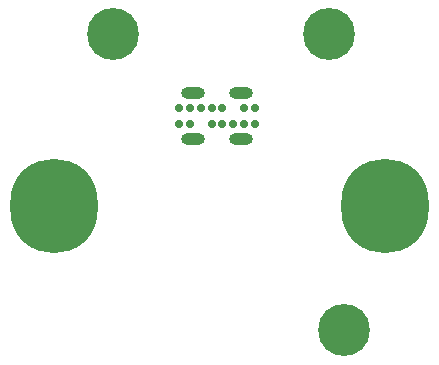
<source format=gbr>
%TF.GenerationSoftware,KiCad,Pcbnew,(6.0.10)*%
%TF.CreationDate,2023-09-05T22:10:59+02:00*%
%TF.ProjectId,Pump PCB,50756d70-2050-4434-922e-6b696361645f,rev?*%
%TF.SameCoordinates,Original*%
%TF.FileFunction,Soldermask,Bot*%
%TF.FilePolarity,Negative*%
%FSLAX46Y46*%
G04 Gerber Fmt 4.6, Leading zero omitted, Abs format (unit mm)*
G04 Created by KiCad (PCBNEW (6.0.10)) date 2023-09-05 22:10:59*
%MOMM*%
%LPD*%
G01*
G04 APERTURE LIST*
%ADD10C,4.400000*%
%ADD11O,7.400000X8.000000*%
%ADD12C,0.700000*%
%ADD13O,2.000000X1.000000*%
G04 APERTURE END LIST*
D10*
%TO.C,H1*%
X138557000Y-42500000D03*
%TD*%
%TO.C,H2*%
X120269000Y-42500000D03*
%TD*%
%TO.C,H3*%
X139827000Y-67564000D03*
%TD*%
D11*
%TO.C,H5*%
X143250000Y-57000000D03*
%TD*%
%TO.C,H6*%
X115250000Y-57000000D03*
%TD*%
D12*
%TO.C,J1*%
X125782000Y-48718000D03*
X126732000Y-48718000D03*
X127682000Y-48718000D03*
X128582000Y-48718000D03*
X129482000Y-48718000D03*
X131332000Y-48718000D03*
X132282000Y-48718000D03*
X132282000Y-50118000D03*
X131332000Y-50118000D03*
X130382000Y-50118000D03*
X129482000Y-50118000D03*
X128582000Y-50118000D03*
X126732000Y-50118000D03*
X125782000Y-50118000D03*
D13*
X131032000Y-47488000D03*
X127032000Y-47488000D03*
X131032000Y-51348000D03*
X127032000Y-51348000D03*
%TD*%
M02*

</source>
